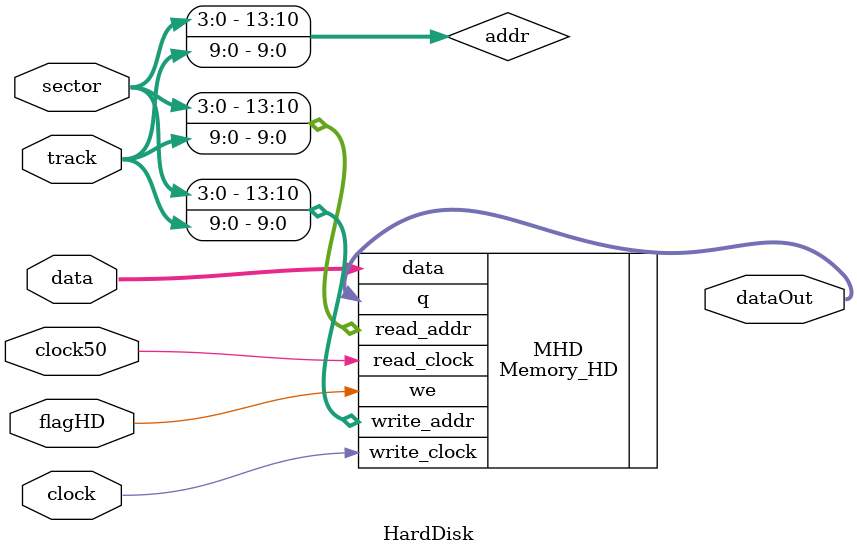
<source format=v>
module HardDisk(
	input clock,
	input clock50,
	input flagHD,
	input [3:0] sector, //Identificar o setor
	input [9:0] track, //Identificar a trilha
	input [31:0] data,
	output [31:0] dataOut //Enviar instrucao
); //(Sector, track) --> Max: 250 instructions= 250 * 32 bits = 8000 bits

	wire [13:0] addr;
	
	assign addr = {sector, track};

	Memory_HD MHD(
		.data(data),
		.read_addr(addr),
		.write_addr(addr),
		.we(flagHD),
		.read_clock(clock50),
		.write_clock(clock),
		.q(dataOut)
	);
	
endmodule

</source>
